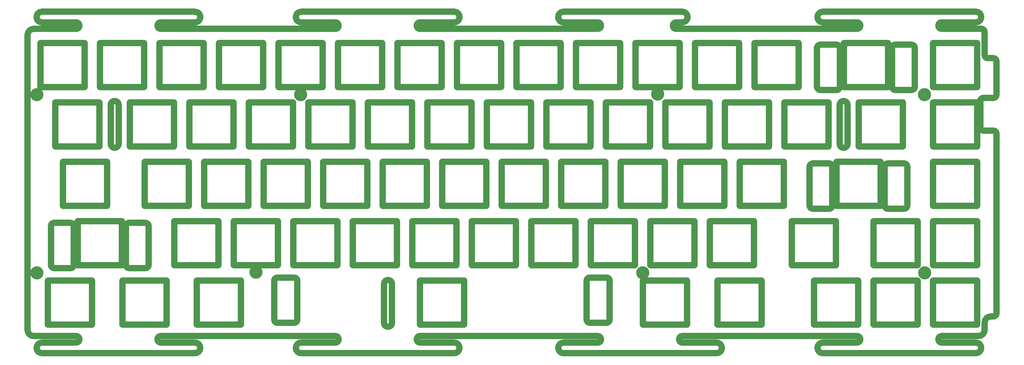
<source format=gbr>
%TF.GenerationSoftware,KiCad,Pcbnew,(5.1.10)-1*%
%TF.CreationDate,2021-06-23T23:02:47+07:00*%
%TF.ProjectId,Voice65 FR4 Plate,566f6963-6536-4352-9046-523420506c61,rev?*%
%TF.SameCoordinates,Original*%
%TF.FileFunction,Soldermask,Bot*%
%TF.FilePolarity,Negative*%
%FSLAX46Y46*%
G04 Gerber Fmt 4.6, Leading zero omitted, Abs format (unit mm)*
G04 Created by KiCad (PCBNEW (5.1.10)-1) date 2021-06-23 23:02:47*
%MOMM*%
%LPD*%
G01*
G04 APERTURE LIST*
%ADD10C,2.000000*%
G04 APERTURE END LIST*
D10*
X-36680838Y-85433219D02*
X-50820838Y-85433219D01*
X-36680838Y-71293219D02*
X-36680838Y-85433219D01*
X-50820838Y-71293219D02*
X-36680838Y-71293219D01*
X-50820838Y-85433219D02*
X-50820838Y-71293219D01*
X-12868338Y-85433219D02*
X-27008338Y-85433219D01*
X-12868338Y-71293219D02*
X-12868338Y-85433219D01*
X-27008338Y-71293219D02*
X-12868338Y-71293219D01*
X-27008338Y-85433219D02*
X-27008338Y-71293219D01*
X10944161Y-85433219D02*
X-3195838Y-85433219D01*
X10944161Y-71293219D02*
X10944161Y-85433219D01*
X-3195838Y-71293219D02*
X10944161Y-71293219D01*
X-3195838Y-85433219D02*
X-3195838Y-71293219D01*
X82381661Y-85433219D02*
X68241661Y-85433219D01*
X82381661Y-71293219D02*
X82381661Y-85433219D01*
X68241661Y-71293219D02*
X82381661Y-71293219D01*
X68241661Y-85433219D02*
X68241661Y-71293219D01*
X153819161Y-85433219D02*
X139679161Y-85433219D01*
X153819161Y-71293219D02*
X153819161Y-85433219D01*
X139679161Y-71293219D02*
X153819161Y-71293219D01*
X139679161Y-85433219D02*
X139679161Y-71293219D01*
X163491661Y-85433219D02*
X163491661Y-71293219D01*
X177631661Y-85433219D02*
X163491661Y-85433219D01*
X177631661Y-71293219D02*
X177631661Y-85433219D01*
X163491661Y-71293219D02*
X177631661Y-71293219D01*
X194447911Y-71293219D02*
X208587911Y-71293219D01*
X194447911Y-85433219D02*
X194447911Y-71293219D01*
X208587911Y-85433219D02*
X194447911Y-85433219D01*
X208587911Y-71293219D02*
X208587911Y-85433219D01*
X213497911Y-85433219D02*
X213497911Y-71293219D01*
X227637911Y-85433219D02*
X213497911Y-85433219D01*
X227637911Y-71293219D02*
X227637911Y-85433219D01*
X213497911Y-71293219D02*
X227637911Y-71293219D01*
X232547911Y-85433219D02*
X232547911Y-71293219D01*
X246687911Y-85433219D02*
X232547911Y-85433219D01*
X246687911Y-71293219D02*
X246687911Y-85433219D01*
X232547911Y-71293219D02*
X246687911Y-71293219D01*
X213497911Y-52243219D02*
X227637911Y-52243219D01*
X213497911Y-66383219D02*
X213497911Y-52243219D01*
X227637911Y-66383219D02*
X213497911Y-66383219D01*
X227637911Y-52243219D02*
X227637911Y-66383219D01*
X232547911Y-66383219D02*
X232547911Y-52243219D01*
X246687911Y-66383219D02*
X232547911Y-66383219D01*
X246687911Y-52243219D02*
X246687911Y-66383219D01*
X232547911Y-52243219D02*
X246687911Y-52243219D01*
X142060411Y-66383219D02*
X142060411Y-52243219D01*
X156200411Y-66383219D02*
X142060411Y-66383219D01*
X156200411Y-52243219D02*
X156200411Y-66383219D01*
X142060411Y-52243219D02*
X156200411Y-52243219D01*
X161110411Y-66383219D02*
X161110411Y-52243219D01*
X175250411Y-66383219D02*
X161110411Y-66383219D01*
X175250411Y-52243219D02*
X175250411Y-66383219D01*
X161110411Y-52243219D02*
X175250411Y-52243219D01*
X65860411Y-66383219D02*
X65860411Y-52243219D01*
X80000411Y-66383219D02*
X65860411Y-66383219D01*
X80000411Y-52243219D02*
X80000411Y-66383219D01*
X65860411Y-52243219D02*
X80000411Y-52243219D01*
X84910411Y-66383219D02*
X84910411Y-52243219D01*
X99050411Y-66383219D02*
X84910411Y-66383219D01*
X99050411Y-52243219D02*
X99050411Y-66383219D01*
X84910411Y-52243219D02*
X99050411Y-52243219D01*
X103960411Y-66383219D02*
X103960411Y-52243219D01*
X118100411Y-66383219D02*
X103960411Y-66383219D01*
X118100411Y-52243219D02*
X118100411Y-66383219D01*
X103960411Y-52243219D02*
X118100411Y-52243219D01*
X123010411Y-66383219D02*
X123010411Y-52243219D01*
X137150411Y-66383219D02*
X123010411Y-66383219D01*
X137150411Y-52243219D02*
X137150411Y-66383219D01*
X123010411Y-52243219D02*
X137150411Y-52243219D01*
X46810411Y-52243219D02*
X60950411Y-52243219D01*
X46810411Y-66383219D02*
X46810411Y-52243219D01*
X60950411Y-66383219D02*
X46810411Y-66383219D01*
X60950411Y-52243219D02*
X60950411Y-66383219D01*
X27760411Y-66383219D02*
X27760411Y-52243219D01*
X41900411Y-66383219D02*
X27760411Y-66383219D01*
X41900411Y-52243219D02*
X41900411Y-66383219D01*
X27760411Y-52243219D02*
X41900411Y-52243219D01*
X22850411Y-66383219D02*
X8710411Y-66383219D01*
X22850411Y-52243219D02*
X22850411Y-66383219D01*
X8710411Y-52243219D02*
X22850411Y-52243219D01*
X8710411Y-66383219D02*
X8710411Y-52243219D01*
X187304161Y-66383219D02*
X187304161Y-52243219D01*
X201444161Y-66383219D02*
X187304161Y-66383219D01*
X201444161Y-52243219D02*
X201444161Y-66383219D01*
X187304161Y-52243219D02*
X201444161Y-52243219D01*
X3800411Y-52243219D02*
X3800411Y-66383219D01*
X-10339588Y-52243219D02*
X3800411Y-52243219D01*
X-10339588Y-66383219D02*
X-10339588Y-52243219D01*
X3800411Y-66383219D02*
X-10339588Y-66383219D01*
X-27155838Y-52243219D02*
X-27155838Y-66383219D01*
X-41295838Y-52243219D02*
X-27155838Y-52243219D01*
X-41295838Y-66383219D02*
X-41295838Y-52243219D01*
X-27155838Y-66383219D02*
X-41295838Y-66383219D01*
X215731661Y-33193219D02*
X215731661Y-47333219D01*
X201591661Y-33193219D02*
X215731661Y-33193219D01*
X201591661Y-47333219D02*
X201591661Y-33193219D01*
X215731661Y-47333219D02*
X201591661Y-47333219D01*
X232547911Y-47333219D02*
X232547911Y-33193219D01*
X246687911Y-47333219D02*
X232547911Y-47333219D01*
X246687911Y-33193219D02*
X246687911Y-47333219D01*
X232547911Y-33193219D02*
X246687911Y-33193219D01*
X146675411Y-33193219D02*
X146675411Y-47333219D01*
X132535411Y-33193219D02*
X146675411Y-33193219D01*
X132535411Y-47333219D02*
X132535411Y-33193219D01*
X146675411Y-47333219D02*
X132535411Y-47333219D01*
X165725411Y-33193219D02*
X165725411Y-47333219D01*
X151585411Y-33193219D02*
X165725411Y-33193219D01*
X151585411Y-47333219D02*
X151585411Y-33193219D01*
X165725411Y-47333219D02*
X151585411Y-47333219D01*
X184775411Y-33193219D02*
X184775411Y-47333219D01*
X170635411Y-33193219D02*
X184775411Y-33193219D01*
X170635411Y-47333219D02*
X170635411Y-33193219D01*
X184775411Y-47333219D02*
X170635411Y-47333219D01*
X70475411Y-33193219D02*
X70475411Y-47333219D01*
X56335411Y-33193219D02*
X70475411Y-33193219D01*
X56335411Y-47333219D02*
X56335411Y-33193219D01*
X70475411Y-47333219D02*
X56335411Y-47333219D01*
X89525411Y-33193219D02*
X89525411Y-47333219D01*
X75385411Y-33193219D02*
X89525411Y-33193219D01*
X75385411Y-47333219D02*
X75385411Y-33193219D01*
X89525411Y-47333219D02*
X75385411Y-47333219D01*
X108575411Y-33193219D02*
X108575411Y-47333219D01*
X94435411Y-33193219D02*
X108575411Y-33193219D01*
X94435411Y-47333219D02*
X94435411Y-33193219D01*
X108575411Y-47333219D02*
X94435411Y-47333219D01*
X127625411Y-33193219D02*
X127625411Y-47333219D01*
X113485411Y-33193219D02*
X127625411Y-33193219D01*
X113485411Y-47333219D02*
X113485411Y-33193219D01*
X127625411Y-47333219D02*
X113485411Y-47333219D01*
X37285411Y-47333219D02*
X37285411Y-33193219D01*
X51425411Y-47333219D02*
X37285411Y-47333219D01*
X51425411Y-33193219D02*
X51425411Y-47333219D01*
X37285411Y-33193219D02*
X51425411Y-33193219D01*
X18235411Y-47333219D02*
X18235411Y-33193219D01*
X32375411Y-47333219D02*
X18235411Y-47333219D01*
X32375411Y-33193219D02*
X32375411Y-47333219D01*
X18235411Y-33193219D02*
X32375411Y-33193219D01*
X13325411Y-33193219D02*
X13325411Y-47333219D01*
X-814588Y-33193219D02*
X13325411Y-33193219D01*
X-814588Y-47333219D02*
X-814588Y-33193219D01*
X13325411Y-47333219D02*
X-814588Y-47333219D01*
X-5724588Y-33193219D02*
X-5724588Y-47333219D01*
X-19864588Y-33193219D02*
X-5724588Y-33193219D01*
X-19864588Y-47333219D02*
X-19864588Y-33193219D01*
X-5724588Y-47333219D02*
X-19864588Y-47333219D01*
X-31918338Y-33193219D02*
X-31918338Y-47333219D01*
X-46058338Y-33193219D02*
X-31918338Y-33193219D01*
X-46058338Y-47333219D02*
X-46058338Y-33193219D01*
X-31918338Y-47333219D02*
X-46058338Y-47333219D01*
X232547911Y-28283219D02*
X232547911Y-14143219D01*
X246687911Y-28283219D02*
X232547911Y-28283219D01*
X246687911Y-14143219D02*
X246687911Y-28283219D01*
X232547911Y-14143219D02*
X246687911Y-14143219D01*
X208735411Y-28283219D02*
X208735411Y-14143219D01*
X222875411Y-28283219D02*
X208735411Y-28283219D01*
X222875411Y-14143219D02*
X222875411Y-28283219D01*
X208735411Y-14143219D02*
X222875411Y-14143219D01*
X184922911Y-28283219D02*
X184922911Y-14143219D01*
X199062911Y-28283219D02*
X184922911Y-28283219D01*
X199062911Y-14143219D02*
X199062911Y-28283219D01*
X184922911Y-14143219D02*
X199062911Y-14143219D01*
X165872911Y-28283219D02*
X165872911Y-14143219D01*
X180012911Y-28283219D02*
X165872911Y-28283219D01*
X180012911Y-14143219D02*
X180012911Y-28283219D01*
X165872911Y-14143219D02*
X180012911Y-14143219D01*
X146822911Y-28283219D02*
X146822911Y-14143219D01*
X160962911Y-28283219D02*
X146822911Y-28283219D01*
X160962911Y-14143219D02*
X160962911Y-28283219D01*
X146822911Y-14143219D02*
X160962911Y-14143219D01*
X127772911Y-28283219D02*
X127772911Y-14143219D01*
X141912911Y-28283219D02*
X127772911Y-28283219D01*
X141912911Y-14143219D02*
X141912911Y-28283219D01*
X127772911Y-14143219D02*
X141912911Y-14143219D01*
X108722911Y-28283219D02*
X108722911Y-14143219D01*
X122862911Y-28283219D02*
X108722911Y-28283219D01*
X122862911Y-14143219D02*
X122862911Y-28283219D01*
X108722911Y-14143219D02*
X122862911Y-14143219D01*
X89672911Y-28283219D02*
X89672911Y-14143219D01*
X103812911Y-28283219D02*
X89672911Y-28283219D01*
X103812911Y-14143219D02*
X103812911Y-28283219D01*
X89672911Y-14143219D02*
X103812911Y-14143219D01*
X70622911Y-28283219D02*
X70622911Y-14143219D01*
X84762911Y-28283219D02*
X70622911Y-28283219D01*
X84762911Y-14143219D02*
X84762911Y-28283219D01*
X70622911Y-14143219D02*
X84762911Y-14143219D01*
X51572911Y-28283219D02*
X51572911Y-14143219D01*
X65712911Y-28283219D02*
X51572911Y-28283219D01*
X65712911Y-14143219D02*
X65712911Y-28283219D01*
X51572911Y-14143219D02*
X65712911Y-14143219D01*
X32522911Y-28283219D02*
X32522911Y-14143219D01*
X46662911Y-28283219D02*
X32522911Y-28283219D01*
X46662911Y-14143219D02*
X46662911Y-28283219D01*
X32522911Y-14143219D02*
X46662911Y-14143219D01*
X13472911Y-28283219D02*
X13472911Y-14143219D01*
X27612911Y-28283219D02*
X13472911Y-28283219D01*
X27612911Y-14143219D02*
X27612911Y-28283219D01*
X13472911Y-14143219D02*
X27612911Y-14143219D01*
X-5577088Y-28283219D02*
X-5577088Y-14143219D01*
X8562911Y-28283219D02*
X-5577088Y-28283219D01*
X8562911Y-14143219D02*
X8562911Y-28283219D01*
X-5577088Y-14143219D02*
X8562911Y-14143219D01*
X-24627088Y-28283219D02*
X-24627088Y-14143219D01*
X-10487088Y-28283219D02*
X-24627088Y-28283219D01*
X-10487088Y-14143219D02*
X-10487088Y-28283219D01*
X-24627088Y-14143219D02*
X-10487088Y-14143219D01*
X-34299588Y-14143219D02*
X-34299588Y-28283219D01*
X-48439588Y-14143219D02*
X-34299588Y-14143219D01*
X-48439588Y-28283219D02*
X-48439588Y-14143219D01*
X-34299588Y-28283219D02*
X-48439588Y-28283219D01*
X246687911Y-9233219D02*
X232547911Y-9233219D01*
X246687911Y4906780D02*
X246687911Y-9233219D01*
X232547911Y4906780D02*
X246687911Y4906780D01*
X232547911Y-9233219D02*
X232547911Y4906780D01*
X189537911Y-9233219D02*
X175397911Y-9233219D01*
X189537911Y4906780D02*
X189537911Y-9233219D01*
X175397911Y4906780D02*
X189537911Y4906780D01*
X175397911Y-9233219D02*
X175397911Y4906780D01*
X218112911Y4906780D02*
X218112911Y-9233219D01*
X203972911Y4906780D02*
X218112911Y4906780D01*
X203972911Y-9233219D02*
X203972911Y4906780D01*
X218112911Y-9233219D02*
X203972911Y-9233219D01*
X156347911Y-9233219D02*
X156347911Y4906780D01*
X170487911Y-9233219D02*
X156347911Y-9233219D01*
X170487911Y4906780D02*
X170487911Y-9233219D01*
X156347911Y4906780D02*
X170487911Y4906780D01*
X137297911Y-9233219D02*
X137297911Y4906780D01*
X151437911Y-9233219D02*
X137297911Y-9233219D01*
X151437911Y4906780D02*
X151437911Y-9233219D01*
X137297911Y4906780D02*
X151437911Y4906780D01*
X118247911Y-9233219D02*
X118247911Y4906780D01*
X132387911Y-9233219D02*
X118247911Y-9233219D01*
X132387911Y4906780D02*
X132387911Y-9233219D01*
X118247911Y4906780D02*
X132387911Y4906780D01*
X99197911Y-9233219D02*
X99197911Y4906780D01*
X113337911Y-9233219D02*
X99197911Y-9233219D01*
X113337911Y4906780D02*
X113337911Y-9233219D01*
X99197911Y4906780D02*
X113337911Y4906780D01*
X80147911Y-9233219D02*
X80147911Y4906780D01*
X94287911Y-9233219D02*
X80147911Y-9233219D01*
X94287911Y4906780D02*
X94287911Y-9233219D01*
X80147911Y4906780D02*
X94287911Y4906780D01*
X61097911Y-9233219D02*
X61097911Y4906780D01*
X75237911Y-9233219D02*
X61097911Y-9233219D01*
X75237911Y4906780D02*
X75237911Y-9233219D01*
X61097911Y4906780D02*
X75237911Y4906780D01*
X42047911Y-9233219D02*
X42047911Y4906780D01*
X56187911Y-9233219D02*
X42047911Y-9233219D01*
X56187911Y4906780D02*
X56187911Y-9233219D01*
X42047911Y4906780D02*
X56187911Y4906780D01*
X22997911Y-9233219D02*
X22997911Y4906780D01*
X37137911Y-9233219D02*
X22997911Y-9233219D01*
X37137911Y4906780D02*
X37137911Y-9233219D01*
X22997911Y4906780D02*
X37137911Y4906780D01*
X3947911Y-9233219D02*
X3947911Y4906780D01*
X18087911Y-9233219D02*
X3947911Y-9233219D01*
X18087911Y4906780D02*
X18087911Y-9233219D01*
X3947911Y4906780D02*
X18087911Y4906780D01*
X-15102088Y-9233219D02*
X-15102088Y4906780D01*
X-962088Y-9233219D02*
X-15102088Y-9233219D01*
X-962088Y4906780D02*
X-962088Y-9233219D01*
X-15102088Y4906780D02*
X-962088Y4906780D01*
X-34152088Y-9233219D02*
X-34152088Y4906780D01*
X-20012088Y-9233219D02*
X-34152088Y-9233219D01*
X-20012088Y4906780D02*
X-20012088Y-9233219D01*
X-34152088Y4906780D02*
X-20012088Y4906780D01*
X-39062088Y-9233219D02*
X-53202088Y-9233219D01*
X-39062088Y4906780D02*
X-39062088Y-9233219D01*
X-53202088Y4906780D02*
X-39062088Y4906780D01*
X-53202088Y-9233219D02*
X-53202088Y4906780D01*
X114240911Y14916780D02*
X152240911Y14916780D01*
X152240911Y14916780D02*
G75*
G02*
X152240911Y11516910I0J-1699935D01*
G01*
X150240911Y9416910D02*
G75*
G02*
X150240911Y11516910I51250J1050000D01*
G01*
X152240911Y11516910D02*
X150240911Y11516910D01*
X208240911Y-89122339D02*
G75*
G02*
X208240911Y-91222339I-51250J-1050000D01*
G01*
X246242374Y-91222846D02*
G75*
G02*
X246242372Y-94622712I2537J-1699933D01*
G01*
X249054911Y-84823219D02*
G75*
G02*
X251054911Y-82823219I2000000J0D01*
G01*
X230955411Y-68853219D02*
G75*
G03*
X230955411Y-68853219I-1100000J0D01*
G01*
X249054911Y-87123219D02*
G75*
G02*
X247054911Y-89123219I-2000000J0D01*
G01*
X114243449Y-91222339D02*
X125240911Y-91222339D01*
X125240911Y11516910D02*
G75*
G02*
X125240911Y9416910I-51250J-1050000D01*
G01*
X114240911Y11516910D02*
G75*
G02*
X114240911Y14916780I0J1699935D01*
G01*
X152240911Y-91222339D02*
X163238372Y-91222339D01*
X114240911Y-94623219D02*
X163240911Y-94623219D01*
X145472911Y-11483219D02*
G75*
G03*
X145472911Y-11483219I-1100000J0D01*
G01*
X125240911Y11516910D02*
X114240911Y11516910D01*
X152240911Y-91222339D02*
G75*
G02*
X152240911Y-89122339I51250J1050000D01*
G01*
X163238374Y-91222846D02*
G75*
G02*
X163238372Y-94622712I2537J-1699933D01*
G01*
X125240911Y-89122339D02*
G75*
G02*
X125240911Y-91222339I-51250J-1050000D01*
G01*
X-52759088Y-94623219D02*
X-3759088Y-94623219D01*
X114243449Y-94622712D02*
G75*
G02*
X114243449Y-91222846I-2538J1699933D01*
G01*
X-52756550Y-91222339D02*
X-41759088Y-91222339D01*
X-53264588Y-68853219D02*
G75*
G03*
X-53264588Y-68853219I-1100000J0D01*
G01*
X-52756550Y-94622712D02*
G75*
G02*
X-52756550Y-91222846I-2538J1699933D01*
G01*
X-14759088Y-89122339D02*
X41240911Y-89122339D01*
X-57369088Y7416910D02*
X-57369088Y-87122339D01*
X-55369088Y-89122339D02*
G75*
G02*
X-57369088Y-87122339I0J2000000D01*
G01*
X-55369088Y-89122339D02*
X-41759088Y-89122339D01*
X-43575838Y-52813219D02*
G75*
G02*
X-42575838Y-53813219I0J-1000000D01*
G01*
X-48875838Y-52813219D02*
X-43575838Y-52813219D01*
X-49875838Y-53813219D02*
G75*
G02*
X-48875838Y-52813219I1000000J0D01*
G01*
X-49875838Y-66313219D02*
X-49875838Y-53813219D01*
X-48875838Y-67313219D02*
G75*
G02*
X-49875838Y-66313219I0J1000000D01*
G01*
X-43575838Y-67313219D02*
X-48875838Y-67313219D01*
X-42575838Y-66313219D02*
G75*
G02*
X-43575838Y-67313219I-1000000J0D01*
G01*
X-42575838Y-53813219D02*
X-42575838Y-66313219D01*
X-24875838Y-67313219D02*
G75*
G02*
X-25875838Y-66313219I0J1000000D01*
G01*
X-19575838Y-67313219D02*
X-24875838Y-67313219D01*
X-18575838Y-66313219D02*
G75*
G02*
X-19575838Y-67313219I-1000000J0D01*
G01*
X-18575838Y-53813219D02*
X-18575838Y-66313219D01*
X-19575838Y-52813219D02*
G75*
G02*
X-18575838Y-53813219I0J-1000000D01*
G01*
X-24875838Y-52813219D02*
X-19575838Y-52813219D01*
X-25875838Y-53813219D02*
G75*
G02*
X-24875838Y-52813219I1000000J0D01*
G01*
X-25875838Y-66313219D02*
X-25875838Y-53813219D01*
X140705411Y-68833219D02*
G75*
G03*
X140705411Y-68833219I-1100000J0D01*
G01*
X-41759088Y-89122339D02*
G75*
G02*
X-41759088Y-91222339I-51250J-1050000D01*
G01*
X41240911Y9416910D02*
X-14759088Y9416910D01*
X129011661Y-71363219D02*
X129011661Y-83863219D01*
X128011661Y-70363219D02*
G75*
G02*
X129011661Y-71363219I0J-1000000D01*
G01*
X122611661Y-70363219D02*
X128011661Y-70363219D01*
X121611661Y-71363219D02*
G75*
G02*
X122611661Y-70363219I1000000J0D01*
G01*
X121611661Y-83863219D02*
X121611661Y-71363219D01*
X122611661Y-84863219D02*
G75*
G02*
X121611661Y-83863219I0J1000000D01*
G01*
X128011661Y-84863219D02*
X122611661Y-84863219D01*
X129011661Y-83863219D02*
G75*
G02*
X128011661Y-84863219I-1000000J0D01*
G01*
X30240911Y11516910D02*
G75*
G02*
X30240911Y14916780I0J1699935D01*
G01*
X30240911Y-94623219D02*
X79240911Y-94623219D01*
X68240911Y-91222339D02*
X79240380Y-91222339D01*
X79240381Y-91222844D02*
G75*
G02*
X79239375Y-94622713I530J-1699935D01*
G01*
X30243449Y-91222339D02*
X41240911Y-91222339D01*
X68240911Y-91222339D02*
G75*
G02*
X68240911Y-89122339I51250J1050000D01*
G01*
X68240911Y-89122339D02*
X125240911Y-89122339D01*
X31172911Y-11683219D02*
G75*
G03*
X31172911Y-11683219I-1100000J0D01*
G01*
X41240911Y11516910D02*
G75*
G02*
X41240911Y9416910I-51250J-1050000D01*
G01*
X59323911Y-72413254D02*
X59323911Y-84863254D01*
X56773911Y-72413254D02*
G75*
G02*
X59323911Y-72413254I1275000J0D01*
G01*
X56773911Y-84863254D02*
X56773911Y-72413254D01*
X59323911Y-84863254D02*
G75*
G02*
X56773911Y-84863254I-1275000J0D01*
G01*
X30243449Y-94622712D02*
G75*
G02*
X30243449Y-91222846I-2538J1699933D01*
G01*
X41240911Y-89122339D02*
G75*
G02*
X41240911Y-91222339I-51250J-1050000D01*
G01*
X125240911Y9416910D02*
X68240911Y9416910D01*
X-3759088Y11516910D02*
X-14759088Y11516910D01*
X-14759088Y9416910D02*
G75*
G02*
X-14759088Y11516910I51250J1050000D01*
G01*
X-3759088Y14916780D02*
G75*
G02*
X-3759088Y11516910I0J-1699935D01*
G01*
X30240911Y14916780D02*
X79240911Y14916780D01*
X41240911Y11516910D02*
X30240911Y11516910D01*
X79240911Y14916780D02*
G75*
G02*
X79240911Y11516910I0J-1699935D01*
G01*
X68240911Y9416910D02*
G75*
G02*
X68240911Y11516910I51250J1050000D01*
G01*
X79240911Y11516910D02*
X68240911Y11516910D01*
X-3761625Y-91222846D02*
G75*
G02*
X-3761627Y-94622712I2537J-1699933D01*
G01*
X-14759088Y-91222339D02*
X-3761627Y-91222339D01*
X16875411Y-68633219D02*
G75*
G03*
X16875411Y-68633219I-1100000J0D01*
G01*
X-52759088Y14916780D02*
X-3759088Y14916780D01*
X-41759088Y9416910D02*
X-55369088Y9416910D01*
X29011661Y-83863219D02*
G75*
G02*
X28011661Y-84863219I-1000000J0D01*
G01*
X29011661Y-71363219D02*
X29011661Y-83863219D01*
X28011661Y-70363219D02*
G75*
G02*
X29011661Y-71363219I0J-1000000D01*
G01*
X22611661Y-70363219D02*
X28011661Y-70363219D01*
X21611661Y-71363219D02*
G75*
G02*
X22611661Y-70363219I1000000J0D01*
G01*
X21611661Y-83863219D02*
X21611661Y-71363219D01*
X22611661Y-84863219D02*
G75*
G02*
X21611661Y-83863219I0J1000000D01*
G01*
X28011661Y-84863219D02*
X22611661Y-84863219D01*
X-14759088Y-91222339D02*
G75*
G02*
X-14759088Y-89122339I51250J1050000D01*
G01*
X-41759088Y11516910D02*
X-52759088Y11516910D01*
X-53267088Y-11683219D02*
G75*
G03*
X-53267088Y-11683219I-1100000J0D01*
G01*
X-41759088Y11516910D02*
G75*
G02*
X-41759088Y9416910I-51250J-1050000D01*
G01*
X-57369088Y7416910D02*
G75*
G02*
X-55369088Y9416910I2000000J0D01*
G01*
X-52759088Y11516910D02*
G75*
G02*
X-52759088Y14916780I0J1699935D01*
G01*
X-30739588Y-14993219D02*
G75*
G02*
X-28189588Y-14993219I1275000J0D01*
G01*
X-30739588Y-27443219D02*
X-30739588Y-14993219D01*
X-28189588Y-27443219D02*
G75*
G02*
X-30739588Y-27443219I-1275000J0D01*
G01*
X-28189588Y-14993219D02*
X-28189588Y-27443219D01*
X252854911Y-11713219D02*
X252854911Y-983219D01*
X235244911Y9416910D02*
G75*
G02*
X235244911Y11516910I51250J1050000D01*
G01*
X252854911Y-11713219D02*
G75*
G02*
X251854911Y-12713219I-1000000J0D01*
G01*
X247654911Y-13713219D02*
X247654911Y-22213219D01*
X251854911Y16780D02*
X250054911Y16780D01*
X251854911Y16781D02*
G75*
G02*
X252854911Y-983219I0J-1000000D01*
G01*
X248654911Y-23213219D02*
G75*
G02*
X247654911Y-22213219I0J1000000D01*
G01*
X248054911Y9416910D02*
G75*
G02*
X249054911Y8416910I0J-1000000D01*
G01*
X251854911Y-12713219D02*
X248654911Y-12713219D01*
X246244911Y11516910D02*
X235244911Y11516910D01*
X247654911Y-13713219D02*
G75*
G02*
X248654911Y-12713219I1000000J0D01*
G01*
X193011661Y-34763219D02*
G75*
G02*
X194011661Y-33763219I1000000J0D01*
G01*
X193011661Y-47263219D02*
X193011661Y-34763219D01*
X194011661Y-48263219D02*
G75*
G02*
X193011661Y-47263219I0J1000000D01*
G01*
X199311661Y-48263219D02*
X194011661Y-48263219D01*
X200311661Y-47263219D02*
G75*
G02*
X199311661Y-48263219I-1000000J0D01*
G01*
X200311661Y-34763219D02*
X200311661Y-47263219D01*
X199311661Y-33763219D02*
G75*
G02*
X200311661Y-34763219I0J-1000000D01*
G01*
X194011661Y-33763219D02*
X199311661Y-33763219D01*
X230902911Y-11683219D02*
G75*
G03*
X230902911Y-11683219I-1100000J0D01*
G01*
X250054911Y16780D02*
G75*
G02*
X249054911Y1016780I0J1000000D01*
G01*
X251854911Y-23213219D02*
G75*
G02*
X252854911Y-24213219I0J-1000000D01*
G01*
X208240911Y11516910D02*
X197240911Y11516910D01*
X246244911Y14916780D02*
G75*
G02*
X246244911Y11516910I0J-1699935D01*
G01*
X217011661Y-34763219D02*
G75*
G02*
X218011661Y-33763219I1000000J0D01*
G01*
X217011661Y-47263219D02*
X217011661Y-34763219D01*
X218011661Y-48263219D02*
G75*
G02*
X217011661Y-47263219I0J1000000D01*
G01*
X223311661Y-48263219D02*
X218011661Y-48263219D01*
X224311661Y-47263219D02*
G75*
G02*
X223311661Y-48263219I-1000000J0D01*
G01*
X224311661Y-34763219D02*
X224311661Y-47263219D01*
X223311661Y-33763219D02*
G75*
G02*
X224311661Y-34763219I0J-1000000D01*
G01*
X218011661Y-33763219D02*
X223311661Y-33763219D01*
X197243449Y-94622712D02*
G75*
G02*
X197243449Y-91222846I-2538J1699933D01*
G01*
X208240911Y11516910D02*
G75*
G02*
X208240911Y9416910I-51250J-1050000D01*
G01*
X251054911Y-82823219D02*
X251854911Y-82823219D01*
X235244911Y-91222339D02*
G75*
G02*
X235244911Y-89122339I51250J1050000D01*
G01*
X197240911Y11516910D02*
G75*
G02*
X197240911Y14916780I0J1699935D01*
G01*
X202624161Y-27443219D02*
X202624161Y-14993219D01*
X205174161Y-27443219D02*
G75*
G02*
X202624161Y-27443219I-1275000J0D01*
G01*
X205174161Y-14993219D02*
X205174161Y-27443219D01*
X202624161Y-14993219D02*
G75*
G02*
X205174161Y-14993219I1275000J0D01*
G01*
X197240911Y-94623219D02*
X246244911Y-94623219D01*
X249054911Y-87123219D02*
X249054911Y-84823219D01*
X252854911Y-81823219D02*
G75*
G02*
X251854911Y-82823219I-1000000J0D01*
G01*
X201692911Y4336780D02*
G75*
G02*
X202692911Y3336780I0J-1000000D01*
G01*
X196392911Y4336780D02*
X201692911Y4336780D01*
X195392911Y3336780D02*
G75*
G02*
X196392911Y4336780I1000000J0D01*
G01*
X195392911Y-9163219D02*
X195392911Y3336780D01*
X196392911Y-10163219D02*
G75*
G02*
X195392911Y-9163219I0J1000000D01*
G01*
X201692911Y-10163219D02*
X196392911Y-10163219D01*
X202692911Y-9163219D02*
G75*
G02*
X201692911Y-10163219I-1000000J0D01*
G01*
X202692911Y3336780D02*
X202692911Y-9163219D01*
X235244911Y-91222339D02*
X246242372Y-91222339D01*
X197243449Y-91222339D02*
X208240911Y-91222339D01*
X235244911Y-89122339D02*
X247054911Y-89123219D01*
X208240911Y9416910D02*
X150240911Y9416910D01*
X152240911Y-89122339D02*
X208240911Y-89122339D01*
X251854911Y-23213219D02*
X248654911Y-23213219D01*
X197240911Y14916780D02*
X246244911Y14916780D01*
X249054911Y8416910D02*
X249054911Y1016780D01*
X252854911Y-81823219D02*
X252854911Y-24213219D01*
X248054911Y9416910D02*
X235244911Y9416910D01*
X226692911Y-9163219D02*
G75*
G02*
X225692911Y-10163219I-1000000J0D01*
G01*
X226692911Y3336780D02*
X226692911Y-9163219D01*
X225692911Y4336780D02*
G75*
G02*
X226692911Y3336780I0J-1000000D01*
G01*
X220392911Y4336780D02*
X225692911Y4336780D01*
X219392911Y3336780D02*
G75*
G02*
X220392911Y4336780I1000000J0D01*
G01*
X219392911Y-9163219D02*
X219392911Y3336780D01*
X220392911Y-10163219D02*
G75*
G02*
X219392911Y-9163219I0J1000000D01*
G01*
X225692911Y-10163219D02*
X220392911Y-10163219D01*
M02*

</source>
